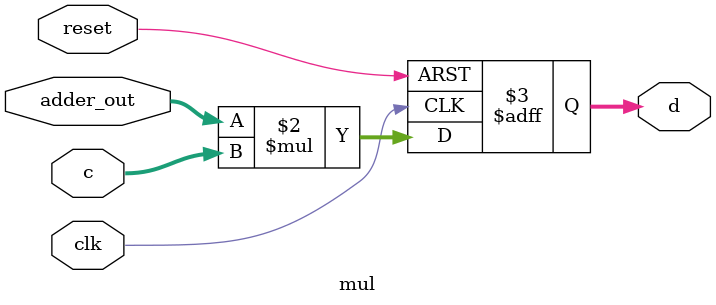
<source format=v>
`timescale 1ns/100ps
module hw2_pipe (input [7:0] a, b, c, input s, reset, clk, output [15:0] d);
wire  [8:0] temp0;
wire  [7:0] temp_c;

adder step1(.a(a), .b(b), .c(c), .s(s), .reset(reset), .clk(clk), .adder_out(temp0), .regC(temp_c));
mul step2(.c(temp_c), .adder_out(temp0), .reset(reset), .clk(clk), .d(d));

endmodule

module adder (input [7:0] a, b, c, input s, reset, clk, output reg [8:0] adder_out, output reg [7:0] regC);
always@(posedge clk or posedge reset)
begin
    if(reset)
    begin
        adder_out <= 0;
        regC <= 0;
    end
    else
    begin
        regC <= c;
        if(s==1) adder_out <= a + b;
        else adder_out <= a - b;  
    end
end
endmodule     

module mul (input signed [7:0] c, input signed [8:0] adder_out, input reset, clk, output reg [15:0] d);
always@(posedge clk or posedge reset)
begin
    if(reset) d <= 0;
    else d <= adder_out * c;
end
endmodule     




</source>
